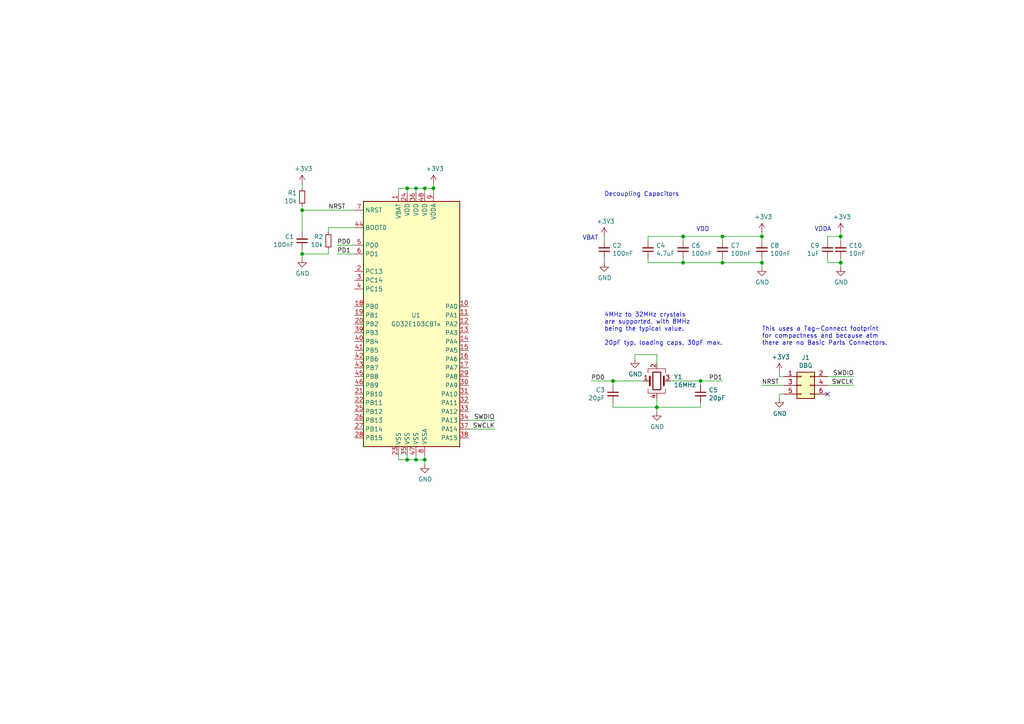
<source format=kicad_sch>
(kicad_sch (version 20211123) (generator eeschema)
  (paper "A4")
  (lib_symbols
    (symbol "Connector_Generic:Conn_02x03_Odd_Even" (pin_names (offset 1.016) hide)
      (property "Reference" "J" (at 1.27 5.08 0))
      (property "Value" "Conn_02x03_Odd_Even" (at 1.27 -5.08 0))
      (symbol "Conn_02x03_Odd_Even_1_1"
        (rectangle (start -1.27 -2.413) (end 0 -2.667) (stroke (width 0.1524)))
        (rectangle (start -1.27 0.127) (end 0 -0.127) (stroke (width 0.1524)))
        (rectangle (start -1.27 2.667) (end 0 2.413) (stroke (width 0.1524)))
        (rectangle (start -1.27 3.81) (end 3.81 -3.81) (stroke (width 0.254)) (fill (type background)))
        (rectangle (start 3.81 -2.413) (end 2.54 -2.667) (stroke (width 0.1524)))
        (rectangle (start 3.81 0.127) (end 2.54 -0.127) (stroke (width 0.1524)))
        (rectangle (start 3.81 2.667) (end 2.54 2.413) (stroke (width 0.1524)))
        (pin passive line (at -5.08 2.54 0) (length 3.81) (name "Pin_1") (number "1"))
        (pin passive line (at 7.62 2.54 180) (length 3.81) (name "Pin_2") (number "2"))
        (pin passive line (at -5.08 0 0) (length 3.81) (name "Pin_3") (number "3"))
        (pin passive line (at 7.62 0 180) (length 3.81) (name "Pin_4") (number "4"))
        (pin passive line (at -5.08 -2.54 0) (length 3.81) (name "Pin_5") (number "5"))
        (pin passive line (at 7.62 -2.54 180) (length 3.81) (name "Pin_6") (number "6"))
      )
    )
    (symbol "Device:C_Small" (pin_numbers hide) (pin_names (offset 0.254) hide)
      (property "Reference" "C" (at 0.254 1.778 0))
      (property "Value" "C_Small" (at 0.254 -2.032 0))
      (symbol "C_Small_0_1"
        (polyline (pts (xy -1.524 -0.508) (xy 1.524 -0.508)) (stroke (width 0.3302)))
        (polyline (pts (xy -1.524 0.508) (xy 1.524 0.508)) (stroke (width 0.3048)))
      )
      (symbol "C_Small_1_1"
        (pin passive line (at 0 2.54 270) (length 2.032) (name "~") (number "1"))
        (pin passive line (at 0 -2.54 90) (length 2.032) (name "~") (number "2"))
      )
    )
    (symbol "Device:Crystal_GND24" (pin_names (offset 1.016) hide)
      (property "Reference" "Y" (at 3.175 5.08 0))
      (property "Value" "Crystal_GND24" (at 3.175 3.175 0))
      (symbol "Crystal_GND24_0_1"
        (rectangle (start -1.143 2.54) (end 1.143 -2.54) (stroke (width 0.3048)))
        (polyline (pts (xy -2.54 0) (xy -2.032 0)))
        (polyline (pts (xy -2.032 -1.27) (xy -2.032 1.27)) (stroke (width 0.508)))
        (polyline (pts (xy 0 -3.81) (xy 0 -3.556)))
        (polyline (pts (xy 0 3.556) (xy 0 3.81)))
        (polyline (pts (xy 2.032 -1.27) (xy 2.032 1.27)) (stroke (width 0.508)))
        (polyline (pts (xy 2.032 0) (xy 2.54 0)))
        (polyline (pts (xy -2.54 -2.286) (xy -2.54 -3.556) (xy 2.54 -3.556) (xy 2.54 -2.286)))
        (polyline (pts (xy -2.54 2.286) (xy -2.54 3.556) (xy 2.54 3.556) (xy 2.54 2.286)))
      )
      (symbol "Crystal_GND24_1_1"
        (pin passive line (at -3.81 0 0) (length 1.27) (name "1") (number "1"))
        (pin passive line (at 0 5.08 270) (length 1.27) (name "2") (number "2"))
        (pin passive line (at 3.81 0 180) (length 1.27) (name "3") (number "3"))
        (pin passive line (at 0 -5.08 90) (length 1.27) (name "4") (number "4"))
      )
    )
    (symbol "Device:R_Small" (pin_numbers hide) (pin_names (offset 0.254) hide)
      (property "Reference" "R" (at 0.762 0.508 0))
      (property "Value" "R_Small" (at 0.762 -1.016 0))
      (symbol "R_Small_0_1"
        (rectangle (start -0.762 1.778) (end 0.762 -1.778) (stroke (width 0.2032)))
      )
      (symbol "R_Small_1_1"
        (pin passive line (at 0 2.54 270) (length 0.762) (name "~") (number "1"))
        (pin passive line (at 0 -2.54 90) (length 0.762) (name "~") (number "2"))
      )
    )
    (symbol "MCU_ST_STM32F1:STM32F103CBTx"
      (property "Reference" "U" (at -15.24 36.83 0))
      (property "Value" "STM32F103CBTx" (at 7.62 36.83 0))
      (symbol "STM32F103CBTx_0_1"
        (rectangle (start -15.24 -35.56) (end 12.7 35.56) (stroke (width 0.254)) (fill (type background)))
      )
      (symbol "STM32F103CBTx_1_1"
        (pin power_in line (at -5.08 38.1 270) (length 2.54) (name "VBAT") (number "1"))
        (pin bidirectional line (at 15.24 5.08 180) (length 2.54) (name "PA0") (number "10"))
        (pin bidirectional line (at 15.24 2.54 180) (length 2.54) (name "PA1") (number "11"))
        (pin bidirectional line (at 15.24 0 180) (length 2.54) (name "PA2") (number "12"))
        (pin bidirectional line (at 15.24 -2.54 180) (length 2.54) (name "PA3") (number "13"))
        (pin bidirectional line (at 15.24 -5.08 180) (length 2.54) (name "PA4") (number "14"))
        (pin bidirectional line (at 15.24 -7.62 180) (length 2.54) (name "PA5") (number "15"))
        (pin bidirectional line (at 15.24 -10.16 180) (length 2.54) (name "PA6") (number "16"))
        (pin bidirectional line (at 15.24 -12.7 180) (length 2.54) (name "PA7") (number "17"))
        (pin bidirectional line (at -17.78 5.08 0) (length 2.54) (name "PB0") (number "18"))
        (pin bidirectional line (at -17.78 2.54 0) (length 2.54) (name "PB1") (number "19"))
        (pin bidirectional line (at -17.78 15.24 0) (length 2.54) (name "PC13") (number "2"))
        (pin bidirectional line (at -17.78 0 0) (length 2.54) (name "PB2") (number "20"))
        (pin bidirectional line (at -17.78 -20.32 0) (length 2.54) (name "PB10") (number "21"))
        (pin bidirectional line (at -17.78 -22.86 0) (length 2.54) (name "PB11") (number "22"))
        (pin power_in line (at -5.08 -38.1 90) (length 2.54) (name "VSS") (number "23"))
        (pin power_in line (at -2.54 38.1 270) (length 2.54) (name "VDD") (number "24"))
        (pin bidirectional line (at -17.78 -25.4 0) (length 2.54) (name "PB12") (number "25"))
        (pin bidirectional line (at -17.78 -27.94 0) (length 2.54) (name "PB13") (number "26"))
        (pin bidirectional line (at -17.78 -30.48 0) (length 2.54) (name "PB14") (number "27"))
        (pin bidirectional line (at -17.78 -33.02 0) (length 2.54) (name "PB15") (number "28"))
        (pin bidirectional line (at 15.24 -15.24 180) (length 2.54) (name "PA8") (number "29"))
        (pin bidirectional line (at -17.78 12.7 0) (length 2.54) (name "PC14") (number "3"))
        (pin bidirectional line (at 15.24 -17.78 180) (length 2.54) (name "PA9") (number "30"))
        (pin bidirectional line (at 15.24 -20.32 180) (length 2.54) (name "PA10") (number "31"))
        (pin bidirectional line (at 15.24 -22.86 180) (length 2.54) (name "PA11") (number "32"))
        (pin bidirectional line (at 15.24 -25.4 180) (length 2.54) (name "PA12") (number "33"))
        (pin bidirectional line (at 15.24 -27.94 180) (length 2.54) (name "PA13") (number "34"))
        (pin power_in line (at -2.54 -38.1 90) (length 2.54) (name "VSS") (number "35"))
        (pin power_in line (at 0 38.1 270) (length 2.54) (name "VDD") (number "36"))
        (pin bidirectional line (at 15.24 -30.48 180) (length 2.54) (name "PA14") (number "37"))
        (pin bidirectional line (at 15.24 -33.02 180) (length 2.54) (name "PA15") (number "38"))
        (pin bidirectional line (at -17.78 -2.54 0) (length 2.54) (name "PB3") (number "39"))
        (pin bidirectional line (at -17.78 10.16 0) (length 2.54) (name "PC15") (number "4"))
        (pin bidirectional line (at -17.78 -5.08 0) (length 2.54) (name "PB4") (number "40"))
        (pin bidirectional line (at -17.78 -7.62 0) (length 2.54) (name "PB5") (number "41"))
        (pin bidirectional line (at -17.78 -10.16 0) (length 2.54) (name "PB6") (number "42"))
        (pin bidirectional line (at -17.78 -12.7 0) (length 2.54) (name "PB7") (number "43"))
        (pin input line (at -17.78 27.94 0) (length 2.54) (name "BOOT0") (number "44"))
        (pin bidirectional line (at -17.78 -15.24 0) (length 2.54) (name "PB8") (number "45"))
        (pin bidirectional line (at -17.78 -17.78 0) (length 2.54) (name "PB9") (number "46"))
        (pin power_in line (at 0 -38.1 90) (length 2.54) (name "VSS") (number "47"))
        (pin power_in line (at 2.54 38.1 270) (length 2.54) (name "VDD") (number "48"))
        (pin input line (at -17.78 22.86 0) (length 2.54) (name "PD0") (number "5"))
        (pin input line (at -17.78 20.32 0) (length 2.54) (name "PD1") (number "6"))
        (pin input line (at -17.78 33.02 0) (length 2.54) (name "NRST") (number "7"))
        (pin power_in line (at 2.54 -38.1 90) (length 2.54) (name "VSSA") (number "8"))
        (pin power_in line (at 5.08 38.1 270) (length 2.54) (name "VDDA") (number "9"))
      )
    )
    (symbol "power:+3V3" (power) (pin_names (offset 0))
      (property "Value" "+3V3" (at 0 3.556 0))
      (symbol "+3V3_0_1"
        (polyline (pts (xy -0.762 1.27) (xy 0 2.54)))
        (polyline (pts (xy 0 0) (xy 0 2.54)))
        (polyline (pts (xy 0 2.54) (xy 0.762 1.27)))
      )
      (symbol "+3V3_1_1"
        (pin power_in line (at 0 0 90) (length 0) hide (name "+3V3") (number "1"))
      )
    )
    (symbol "power:GND" (power) (pin_names (offset 0))
      (property "Value" "GND" (at 0 -3.81 0))
      (symbol "GND_0_1"
        (polyline (pts (xy 0 0) (xy 0 -1.27) (xy 1.27 -1.27) (xy 0 -2.54) (xy -1.27 -1.27) (xy 0 -1.27)))
      )
      (symbol "GND_1_1"
        (pin power_in line (at 0 0 270) (length 0) hide (name "GND") (number "1"))
      )
    )
  )
  (junction (at 120.65 133.35))
  (junction (at 198.12 76.2))
  (junction (at 123.19 54.61))
  (junction (at 118.11 54.61))
  (junction (at 220.98 76.2))
  (junction (at 120.65 54.61))
  (junction (at 87.63 73.66))
  (junction (at 243.84 76.2))
  (junction (at 177.8 110.49))
  (junction (at 87.63 60.96))
  (junction (at 198.12 68.58))
  (junction (at 209.55 76.2))
  (junction (at 203.2 110.49))
  (junction (at 123.19 133.35))
  (junction (at 190.5 118.11))
  (junction (at 118.11 133.35))
  (junction (at 220.98 68.58))
  (junction (at 243.84 68.58))
  (junction (at 209.55 68.58))
  (junction (at 125.73 54.61))
  (no_connect (at 240.03 114.3))
  (wire (pts (xy 209.55 68.58) (xy 198.12 68.58)))
  (wire (pts (xy 143.51 121.92) (xy 135.89 121.92)))
  (wire (pts (xy 203.2 118.11) (xy 203.2 116.84)))
  (wire (pts (xy 123.19 133.35) (xy 120.65 133.35)))
  (wire (pts (xy 95.25 72.39) (xy 95.25 73.66)))
  (wire (pts (xy 226.06 109.22) (xy 227.33 109.22)))
  (wire (pts (xy 194.31 110.49) (xy 203.2 110.49)))
  (wire (pts (xy 87.63 53.34) (xy 87.63 54.61)))
  (wire (pts (xy 220.98 74.93) (xy 220.98 76.2)))
  (wire (pts (xy 220.98 76.2) (xy 220.98 77.47)))
  (wire (pts (xy 123.19 54.61) (xy 120.65 54.61)))
  (wire (pts (xy 187.96 68.58) (xy 187.96 69.85)))
  (wire (pts (xy 120.65 133.35) (xy 120.65 132.08)))
  (wire (pts (xy 87.63 73.66) (xy 87.63 72.39)))
  (wire (pts (xy 243.84 74.93) (xy 243.84 76.2)))
  (wire (pts (xy 118.11 133.35) (xy 115.57 133.35)))
  (wire (pts (xy 198.12 68.58) (xy 187.96 68.58)))
  (wire (pts (xy 118.11 132.08) (xy 118.11 133.35)))
  (wire (pts (xy 243.84 76.2) (xy 240.03 76.2)))
  (wire (pts (xy 190.5 102.87) (xy 184.15 102.87)))
  (wire (pts (xy 87.63 59.69) (xy 87.63 60.96)))
  (wire (pts (xy 220.98 76.2) (xy 209.55 76.2)))
  (wire (pts (xy 187.96 76.2) (xy 187.96 74.93)))
  (wire (pts (xy 135.89 124.46) (xy 143.51 124.46)))
  (wire (pts (xy 198.12 74.93) (xy 198.12 76.2)))
  (wire (pts (xy 118.11 55.88) (xy 118.11 54.61)))
  (wire (pts (xy 97.79 73.66) (xy 102.87 73.66)))
  (wire (pts (xy 190.5 118.11) (xy 190.5 115.57)))
  (wire (pts (xy 209.55 76.2) (xy 198.12 76.2)))
  (wire (pts (xy 240.03 68.58) (xy 240.03 69.85)))
  (wire (pts (xy 203.2 110.49) (xy 203.2 111.76)))
  (wire (pts (xy 95.25 66.04) (xy 95.25 67.31)))
  (wire (pts (xy 240.03 111.76) (xy 247.65 111.76)))
  (wire (pts (xy 175.26 74.93) (xy 175.26 76.2)))
  (wire (pts (xy 177.8 110.49) (xy 186.69 110.49)))
  (wire (pts (xy 203.2 110.49) (xy 209.55 110.49)))
  (wire (pts (xy 175.26 68.58) (xy 175.26 69.85)))
  (wire (pts (xy 243.84 69.85) (xy 243.84 68.58)))
  (wire (pts (xy 220.98 68.58) (xy 209.55 68.58)))
  (wire (pts (xy 203.2 118.11) (xy 190.5 118.11)))
  (wire (pts (xy 87.63 60.96) (xy 87.63 67.31)))
  (wire (pts (xy 220.98 111.76) (xy 227.33 111.76)))
  (wire (pts (xy 190.5 119.38) (xy 190.5 118.11)))
  (wire (pts (xy 184.15 102.87) (xy 184.15 104.14)))
  (wire (pts (xy 95.25 73.66) (xy 87.63 73.66)))
  (wire (pts (xy 247.65 109.22) (xy 240.03 109.22)))
  (wire (pts (xy 97.79 71.12) (xy 102.87 71.12)))
  (wire (pts (xy 220.98 69.85) (xy 220.98 68.58)))
  (wire (pts (xy 118.11 54.61) (xy 115.57 54.61)))
  (wire (pts (xy 243.84 76.2) (xy 243.84 77.47)))
  (wire (pts (xy 120.65 133.35) (xy 118.11 133.35)))
  (wire (pts (xy 123.19 55.88) (xy 123.19 54.61)))
  (wire (pts (xy 177.8 111.76) (xy 177.8 110.49)))
  (wire (pts (xy 123.19 133.35) (xy 123.19 134.62)))
  (wire (pts (xy 125.73 54.61) (xy 123.19 54.61)))
  (wire (pts (xy 87.63 73.66) (xy 87.63 74.93)))
  (wire (pts (xy 198.12 76.2) (xy 187.96 76.2)))
  (wire (pts (xy 120.65 55.88) (xy 120.65 54.61)))
  (wire (pts (xy 123.19 132.08) (xy 123.19 133.35)))
  (wire (pts (xy 102.87 60.96) (xy 87.63 60.96)))
  (wire (pts (xy 125.73 53.34) (xy 125.73 54.61)))
  (wire (pts (xy 226.06 114.3) (xy 227.33 114.3)))
  (wire (pts (xy 177.8 118.11) (xy 177.8 116.84)))
  (wire (pts (xy 190.5 118.11) (xy 177.8 118.11)))
  (wire (pts (xy 198.12 69.85) (xy 198.12 68.58)))
  (wire (pts (xy 243.84 68.58) (xy 243.84 67.31)))
  (wire (pts (xy 120.65 54.61) (xy 118.11 54.61)))
  (wire (pts (xy 177.8 110.49) (xy 171.45 110.49)))
  (wire (pts (xy 209.55 69.85) (xy 209.55 68.58)))
  (wire (pts (xy 190.5 105.41) (xy 190.5 102.87)))
  (wire (pts (xy 220.98 68.58) (xy 220.98 67.31)))
  (wire (pts (xy 115.57 133.35) (xy 115.57 132.08)))
  (wire (pts (xy 115.57 54.61) (xy 115.57 55.88)))
  (wire (pts (xy 209.55 74.93) (xy 209.55 76.2)))
  (wire (pts (xy 240.03 76.2) (xy 240.03 74.93)))
  (wire (pts (xy 226.06 115.57) (xy 226.06 114.3)))
  (wire (pts (xy 125.73 54.61) (xy 125.73 55.88)))
  (wire (pts (xy 243.84 68.58) (xy 240.03 68.58)))
  (wire (pts (xy 102.87 66.04) (xy 95.25 66.04)))
  (wire (pts (xy 226.06 107.95) (xy 226.06 109.22)))
  (text "4MHz to 32MHz crystals\nare supported, with 8MHz\nbeing the typical value.\n\n20pF typ. loading caps, 30pF max." (at 175.26 100.33 0) (effects (font (size 1.27 1.27)) (justify left bottom)))
  (text "VDDA" (at 236.22 67.31 0) (effects (font (size 1.27 1.27)) (justify left bottom)))
  (text "Decoupling Capacitors" (at 175.26 57.15 0) (effects (font (size 1.27 1.27)) (justify left bottom)))
  (text "This uses a Tag-Connect footprint\nfor compactness and because atm\nthere are no Basic Parts Connectors." (at 220.98 100.33 0) (effects (font (size 1.27 1.27)) (justify left bottom)))
  (text "VBAT" (at 168.91 69.85 0) (effects (font (size 1.27 1.27)) (justify left bottom)))
  (text "VDD" (at 201.93 67.31 0) (effects (font (size 1.27 1.27)) (justify left bottom)))
  (label "SWCLK" (at 143.51 124.46 180))
  (label "PD0" (at 97.79 71.12 0))
  (label "PD1" (at 97.79 73.66 0))
  (label "SWDIO" (at 143.51 121.92 180))
  (label "SWCLK" (at 247.65 111.76 180))
  (label "SWDIO" (at 247.65 109.22 180))
  (label "PD1" (at 209.55 110.49 180))
  (label "PD0" (at 171.45 110.49 0))
  (label "NRST" (at 95.25 60.96 0))
  (label "NRST" (at 220.98 111.76 0))
  (symbol (lib_id "MCU_ST_STM32F1:STM32F103CBTx") (at 120.65 93.98 0) (unit 1)
    (property "Reference" "U1" (at 120.65 91.44 0))
    (property "Value" "GD32E103CBTx" (at 120.65 93.98 0))
    (property "Footprint" "Package_QFP:LQFP-48_7x7mm_P0.5mm" (effects hide))
    (property "Datasheet" "http://gd32mcu.com/data/documents/shujushouce/GD32E103xx_Datasheet_Rev1.8.pdf" (effects hide))
    (property "JLC" "LQFP-48" (effects hide))
    (property "LCSC" "C470882" (effects hide))
  )
  (symbol (lib_id "Device:C_Small") (at 177.8 114.3 0) (unit 1)
    (property "Reference" "C3" (at 175.4886 113.1316 0) (effects (justify right)))
    (property "Value" "20pF" (at 175.4886 115.443 0) (effects (justify right)))
    (property "Footprint" "Capacitor_SMD:C_0402_1005Metric" (effects hide))
    (property "JLC" "0402" (effects hide))
    (property "LCSC" "C1554" (effects hide))
  )
  (symbol (lib_id "Device:C_Small") (at 203.2 114.3 0) (unit 1)
    (property "Reference" "C5" (at 205.5368 113.1316 0) (effects (justify left)))
    (property "Value" "20pF" (at 205.5368 115.443 0) (effects (justify left)))
    (property "Footprint" "Capacitor_SMD:C_0402_1005Metric" (effects hide))
    (property "JLC" "0402" (effects hide))
    (property "LCSC" "C1554" (effects hide))
  )
  (symbol (lib_id "power:GND") (at 190.5 119.38 0) (unit 1)
    (property "Reference" "#PWR08" (effects hide))
    (property "Value" "GND" (at 190.627 123.7742 0))
  )
  (symbol (lib_id "Device:C_Small") (at 87.63 69.85 180) (unit 1)
    (property "Reference" "C1" (at 85.3186 68.6816 0) (effects (justify left)))
    (property "Value" "100nF" (at 85.3186 70.993 0) (effects (justify left)))
    (property "Footprint" "Capacitor_SMD:C_0402_1005Metric" (effects hide))
    (property "JLC" "0402" (effects hide))
    (property "LCSC" "C1525" (effects hide))
  )
  (symbol (lib_id "power:GND") (at 87.63 74.93 0) (unit 1)
    (property "Reference" "#PWR02" (effects hide))
    (property "Value" "GND" (at 87.757 79.3242 0))
  )
  (symbol (lib_id "Device:C_Small") (at 243.84 72.39 180) (unit 1)
    (property "Reference" "C10" (at 246.1768 71.2216 0) (effects (justify right)))
    (property "Value" "10nF" (at 246.1768 73.533 0) (effects (justify right)))
    (property "Footprint" "Capacitor_SMD:C_0402_1005Metric" (effects hide))
    (property "JLC" "0402" (effects hide))
    (property "LCSC" "C15195" (effects hide))
  )
  (symbol (lib_id "power:GND") (at 243.84 77.47 0) (unit 1)
    (property "Reference" "#PWR014" (effects hide))
    (property "Value" "GND" (at 243.967 81.8642 0))
  )
  (symbol (lib_id "Device:C_Small") (at 240.03 72.39 180) (unit 1)
    (property "Reference" "C9" (at 237.6932 71.2216 0) (effects (justify left)))
    (property "Value" "1uF" (at 237.6932 73.533 0) (effects (justify left)))
    (property "Footprint" "Capacitor_SMD:C_0402_1005Metric" (effects hide))
    (property "JLC" "0402" (effects hide))
    (property "LCSC" "C52923" (effects hide))
  )
  (symbol (lib_id "power:+3V3") (at 243.84 67.31 0) (unit 1)
    (property "Reference" "#PWR013" (effects hide))
    (property "Value" "+3V3" (at 244.221 62.9158 0))
  )
  (symbol (lib_id "Device:C_Small") (at 187.96 72.39 180) (unit 1)
    (property "Reference" "C4" (at 190.2968 71.2216 0) (effects (justify right)))
    (property "Value" "4.7uF" (at 190.2968 73.533 0) (effects (justify right)))
    (property "Footprint" "Capacitor_SMD:C_0402_1005Metric" (effects hide))
    (property "JLC" "0402" (effects hide))
    (property "LCSC" "C23733" (effects hide))
  )
  (symbol (lib_id "Device:C_Small") (at 198.12 72.39 180) (unit 1)
    (property "Reference" "C6" (at 200.4568 71.2216 0) (effects (justify right)))
    (property "Value" "100nF" (at 200.4568 73.533 0) (effects (justify right)))
    (property "Footprint" "Capacitor_SMD:C_0402_1005Metric" (effects hide))
    (property "JLC" "0402" (effects hide))
    (property "LCSC" "C1525" (effects hide))
  )
  (symbol (lib_id "Device:C_Small") (at 209.55 72.39 180) (unit 1)
    (property "Reference" "C7" (at 211.8868 71.2216 0) (effects (justify right)))
    (property "Value" "100nF" (at 211.8868 73.533 0) (effects (justify right)))
    (property "Footprint" "Capacitor_SMD:C_0402_1005Metric" (effects hide))
    (property "JLC" "0402" (effects hide))
    (property "LCSC" "C1525" (effects hide))
  )
  (symbol (lib_id "Device:C_Small") (at 220.98 72.39 180) (unit 1)
    (property "Reference" "C8" (at 223.3168 71.2216 0) (effects (justify right)))
    (property "Value" "100nF" (at 223.3168 73.533 0) (effects (justify right)))
    (property "Footprint" "Capacitor_SMD:C_0402_1005Metric" (effects hide))
    (property "JLC" "0402" (effects hide))
    (property "LCSC" "C1525" (effects hide))
  )
  (symbol (lib_id "power:GND") (at 220.98 77.47 0) (unit 1)
    (property "Reference" "#PWR010" (effects hide))
    (property "Value" "GND" (at 221.107 81.8642 0))
  )
  (symbol (lib_id "power:+3V3") (at 220.98 67.31 0) (unit 1)
    (property "Reference" "#PWR09" (effects hide))
    (property "Value" "+3V3" (at 221.361 62.9158 0))
  )
  (symbol (lib_id "Device:Crystal_GND24") (at 190.5 110.49 0) (unit 1)
    (property "Reference" "Y1" (at 195.4276 109.3216 0) (effects (justify left)))
    (property "Value" "16MHz" (at 195.4276 111.633 0) (effects (justify left)))
    (property "Footprint" "Crystal:Crystal_SMD_3225-4Pin_3.2x2.5mm" (effects hide))
    (property "JLC" "SMD-CRY-3225_4P" (effects hide))
    (property "LCSC" "C13738" (effects hide))
  )
  (symbol (lib_id "Device:C_Small") (at 175.26 72.39 180) (unit 1)
    (property "Reference" "C2" (at 177.5968 71.2216 0) (effects (justify right)))
    (property "Value" "100nF" (at 177.5968 73.533 0) (effects (justify right)))
    (property "Footprint" "Capacitor_SMD:C_0402_1005Metric" (effects hide))
    (property "JLC" "0402" (effects hide))
    (property "LCSC" "C1525" (effects hide))
  )
  (symbol (lib_id "power:GND") (at 175.26 76.2 0) (unit 1)
    (property "Reference" "#PWR06" (effects hide))
    (property "Value" "GND" (at 175.387 80.5942 0))
  )
  (symbol (lib_id "power:+3V3") (at 175.26 68.58 0) (unit 1)
    (property "Reference" "#PWR05" (effects hide))
    (property "Value" "+3V3" (at 175.641 64.1858 0))
  )
  (symbol (lib_id "power:+3V3") (at 125.73 53.34 0) (unit 1)
    (property "Reference" "#PWR04" (effects hide))
    (property "Value" "+3V3" (at 126.111 48.9458 0))
  )
  (symbol (lib_id "Device:R_Small") (at 95.25 69.85 0) (unit 1)
    (property "Reference" "R2" (at 93.7514 68.6816 0) (effects (justify right)))
    (property "Value" "10k" (at 93.7514 70.993 0) (effects (justify right)))
    (property "Footprint" "Resistor_SMD:R_0402_1005Metric" (effects hide))
    (property "JLC" "0402" (effects hide))
    (property "LCSC" "C25744" (effects hide))
  )
  (symbol (lib_id "power:GND") (at 184.15 104.14 0) (unit 1)
    (property "Reference" "#PWR07" (effects hide))
    (property "Value" "GND" (at 184.277 108.5342 0))
  )
  (symbol (lib_id "power:GND") (at 123.19 134.62 0) (unit 1)
    (property "Reference" "#PWR03" (effects hide))
    (property "Value" "GND" (at 123.317 139.0142 0))
  )
  (symbol (lib_id "Connector_Generic:Conn_02x03_Odd_Even") (at 232.41 111.76 0) (unit 1)
    (property "Reference" "J1" (at 233.68 103.7082 0))
    (property "Value" "DBG" (at 233.68 106.0196 0))
    (property "Footprint" "Connector:Tag-Connect_TC2030-IDC-NL_2x03_P1.27mm_Vertical" (effects hide))
    (property "MPN" "DNP" (effects hide))
  )
  (symbol (lib_id "power:+3V3") (at 226.06 107.95 0) (unit 1)
    (property "Reference" "#PWR011" (effects hide))
    (property "Value" "+3V3" (at 226.441 103.5558 0))
  )
  (symbol (lib_id "power:GND") (at 226.06 115.57 0) (unit 1)
    (property "Reference" "#PWR012" (effects hide))
    (property "Value" "GND" (at 226.187 119.9642 0))
  )
  (symbol (lib_id "Device:R_Small") (at 87.63 57.15 0) (unit 1)
    (property "Reference" "R1" (at 86.1314 55.9816 0) (effects (justify right)))
    (property "Value" "10k" (at 86.1314 58.293 0) (effects (justify right)))
    (property "Footprint" "Resistor_SMD:R_0402_1005Metric" (effects hide))
    (property "JLC" "0402" (effects hide))
    (property "LCSC" "C25744" (effects hide))
  )
  (symbol (lib_id "power:+3V3") (at 87.63 53.34 0) (unit 1)
    (property "Reference" "#PWR01" (effects hide))
    (property "Value" "+3V3" (at 88.011 48.9458 0))
  )
)
</source>
